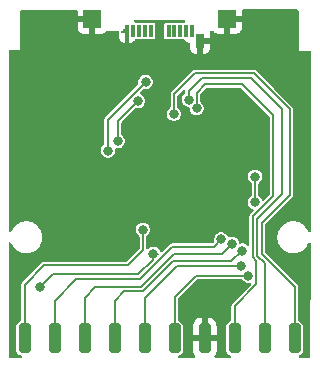
<source format=gbr>
%TF.GenerationSoftware,KiCad,Pcbnew,9.0.3*%
%TF.CreationDate,2025-08-08T17:20:16+03:00*%
%TF.ProjectId,rp2350_gpio_card,72703233-3530-45f6-9770-696f5f636172,X1*%
%TF.SameCoordinates,Original*%
%TF.FileFunction,Copper,L2,Bot*%
%TF.FilePolarity,Positive*%
%FSLAX46Y46*%
G04 Gerber Fmt 4.6, Leading zero omitted, Abs format (unit mm)*
G04 Created by KiCad (PCBNEW 9.0.3) date 2025-08-08 17:20:16*
%MOMM*%
%LPD*%
G01*
G04 APERTURE LIST*
G04 Aperture macros list*
%AMRoundRect*
0 Rectangle with rounded corners*
0 $1 Rounding radius*
0 $2 $3 $4 $5 $6 $7 $8 $9 X,Y pos of 4 corners*
0 Add a 4 corners polygon primitive as box body*
4,1,4,$2,$3,$4,$5,$6,$7,$8,$9,$2,$3,0*
0 Add four circle primitives for the rounded corners*
1,1,$1+$1,$2,$3*
1,1,$1+$1,$4,$5*
1,1,$1+$1,$6,$7*
1,1,$1+$1,$8,$9*
0 Add four rect primitives between the rounded corners*
20,1,$1+$1,$2,$3,$4,$5,0*
20,1,$1+$1,$4,$5,$6,$7,0*
20,1,$1+$1,$6,$7,$8,$9,0*
20,1,$1+$1,$8,$9,$2,$3,0*%
G04 Aperture macros list end*
%TA.AperFunction,SMDPad,CuDef*%
%ADD10R,0.380000X1.000000*%
%TD*%
%TA.AperFunction,SMDPad,CuDef*%
%ADD11R,0.700000X1.150000*%
%TD*%
%TA.AperFunction,ComponentPad*%
%ADD12C,0.600000*%
%TD*%
%TA.AperFunction,SMDPad,CuDef*%
%ADD13R,1.500000X1.500000*%
%TD*%
%TA.AperFunction,SMDPad,CuDef*%
%ADD14RoundRect,0.250000X-0.250000X1.000000X-0.250000X-1.000000X0.250000X-1.000000X0.250000X1.000000X0*%
%TD*%
%TA.AperFunction,ViaPad*%
%ADD15C,0.800000*%
%TD*%
%TA.AperFunction,ViaPad*%
%ADD16C,0.500000*%
%TD*%
%TA.AperFunction,Conductor*%
%ADD17C,0.152400*%
%TD*%
%TA.AperFunction,Conductor*%
%ADD18C,0.200000*%
%TD*%
G04 APERTURE END LIST*
D10*
%TO.P,P1,B1,GND*%
%TO.N,GND*%
X103825000Y-57040000D03*
%TO.P,P1,B2*%
%TO.N,N/C*%
X103325000Y-57040000D03*
%TO.P,P1,B3*%
X102825000Y-57040000D03*
%TO.P,P1,B4,VBUS*%
%TO.N,VBUS*%
X102325000Y-57040000D03*
%TO.P,P1,B5,VCONN*%
%TO.N,unconnected-(P1-VCONN-PadB5)*%
X101825000Y-57040000D03*
%TO.P,P1,B8*%
%TO.N,N/C*%
X100325000Y-57040000D03*
%TO.P,P1,B9,VBUS*%
%TO.N,VBUS*%
X99825000Y-57040000D03*
%TO.P,P1,B10*%
%TO.N,N/C*%
X99325000Y-57040000D03*
%TO.P,P1,B11*%
X98825000Y-57040000D03*
%TO.P,P1,B12,GND*%
%TO.N,GND*%
X98325000Y-57040000D03*
D11*
%TO.P,P1,S1,SHIELD*%
X104495000Y-57880000D03*
%TD*%
D12*
%TO.P,U1,61,GND*%
%TO.N,GND*%
X102900000Y-71025000D03*
X104275000Y-71025000D03*
X105650000Y-71025000D03*
X102900000Y-69650000D03*
X104275000Y-69650000D03*
X105650000Y-69650000D03*
X102900000Y-68275000D03*
X104275000Y-68275000D03*
X105650000Y-68275000D03*
%TD*%
D13*
%TO.P,TP3,1,1*%
%TO.N,GND*%
X95375000Y-56000000D03*
%TD*%
%TO.P,TP4,1,1*%
%TO.N,GND*%
X106775000Y-56000000D03*
%TD*%
D14*
%TO.P,J1,1,Pin_1*%
%TO.N,/QSPI_SS*%
X89645000Y-83050000D03*
%TO.P,J1,2,Pin_2*%
%TO.N,/GPIO9*%
X92185000Y-83050000D03*
%TO.P,J1,3,Pin_3*%
%TO.N,/GPIO10*%
X94725000Y-83050000D03*
%TO.P,J1,4,Pin_4*%
%TO.N,/GPIO11*%
X97265000Y-83050000D03*
%TO.P,J1,5,Pin_5*%
%TO.N,/GPIO12*%
X99805000Y-83050000D03*
%TO.P,J1,6,Pin_6*%
%TO.N,/GPIO13*%
X102345000Y-83050000D03*
%TO.P,J1,7,Pin_7*%
%TO.N,GND*%
X104885000Y-83050000D03*
%TO.P,J1,8,Pin_8*%
%TO.N,/GPIO27_ADC1*%
X107425000Y-83050000D03*
%TO.P,J1,9,Pin_9*%
%TO.N,/GPIO28_ADC2*%
X109965000Y-83050000D03*
%TO.P,J1,10,Pin_10*%
%TO.N,/GPIO29_ADC3*%
X112505000Y-83050000D03*
%TD*%
D15*
%TO.N,/GPIO27_ADC1*%
X104204845Y-63583359D03*
%TO.N,/GPIO29_ADC3*%
X102275000Y-64050000D03*
%TO.N,/GPIO11*%
X108075000Y-75625000D03*
%TO.N,/QSPI_SS*%
X99650000Y-73850000D03*
%TO.N,/RUN*%
X109150000Y-69373800D03*
X109152644Y-71526200D03*
%TO.N,/GPIO10*%
X107200000Y-75050000D03*
%TO.N,/GPIO9*%
X106275319Y-74669249D03*
%TO.N,/GPIO28_ADC2*%
X103525000Y-62850000D03*
%TO.N,/GPIO0*%
X90925000Y-78725000D03*
X100525000Y-75900000D03*
%TO.N,/USB_D+*%
X96694071Y-67168696D03*
X99875000Y-61350000D03*
%TO.N,/USB_D-*%
X99228146Y-62953146D03*
X97525000Y-66350000D03*
%TO.N,/GPIO13*%
X108575000Y-77750000D03*
%TO.N,/GPIO12*%
X107925000Y-76900000D03*
D16*
%TO.N,GND*%
X94933000Y-55571500D03*
X94933000Y-56460500D03*
X107252000Y-55571500D03*
X107252000Y-56460500D03*
D15*
X113050000Y-70850000D03*
X95350000Y-62600000D03*
D16*
X95822000Y-56460500D03*
D15*
X110700000Y-60450000D03*
X90200000Y-66100000D03*
D16*
X106299500Y-55571500D03*
X95822000Y-55571500D03*
X106299500Y-56460500D03*
D15*
X99688833Y-70983000D03*
X95150000Y-60400000D03*
%TD*%
D17*
%TO.N,/GPIO27_ADC1*%
X110675000Y-71000000D02*
X108950000Y-72725000D01*
X104204845Y-63583151D02*
X104202200Y-63580506D01*
X104925000Y-61550000D02*
X108075000Y-61550000D01*
X104204845Y-63583359D02*
X104204845Y-63583151D01*
X108950000Y-76174784D02*
X109252200Y-76476984D01*
X109252200Y-78497800D02*
X107425000Y-80325000D01*
X107425000Y-80325000D02*
X107425000Y-83050000D01*
X110675000Y-64150000D02*
X110675000Y-71000000D01*
X108950000Y-72725000D02*
X108950000Y-76174784D01*
X109252200Y-76476984D02*
X109252200Y-78497800D01*
X104202200Y-63580506D02*
X104202200Y-62272800D01*
X108075000Y-61550000D02*
X110675000Y-64150000D01*
X104202200Y-62272800D02*
X104925000Y-61550000D01*
%TO.N,/GPIO29_ADC3*%
X109025000Y-60600000D02*
X112075000Y-63650000D01*
X104075000Y-60600000D02*
X109025000Y-60600000D01*
X112505000Y-78680000D02*
X112505000Y-83050000D01*
X102275000Y-62400000D02*
X104075000Y-60600000D01*
X109725000Y-75900000D02*
X112505000Y-78680000D01*
X109725000Y-73250000D02*
X109725000Y-75900000D01*
X102275000Y-64050000D02*
X102275000Y-62400000D01*
X112075000Y-70900000D02*
X109725000Y-73250000D01*
X112075000Y-63650000D02*
X112075000Y-70900000D01*
%TO.N,/GPIO11*%
X102178400Y-76546600D02*
X99675000Y-79050000D01*
X99675000Y-79050000D02*
X98075000Y-79050000D01*
X98075000Y-79050000D02*
X97265000Y-79860000D01*
X108075000Y-75625000D02*
X107153400Y-76546600D01*
X107153400Y-76546600D02*
X102178400Y-76546600D01*
X97265000Y-79860000D02*
X97265000Y-83050000D01*
%TO.N,/QSPI_SS*%
X98400000Y-76850000D02*
X91317294Y-76850000D01*
X99650000Y-73850000D02*
X99650000Y-75600000D01*
X89645000Y-78522294D02*
X89645000Y-83050000D01*
X91317294Y-76850000D02*
X89645000Y-78522294D01*
X99650000Y-75600000D02*
X98400000Y-76850000D01*
%TO.N,/RUN*%
X109150000Y-71523556D02*
X109152644Y-71526200D01*
X109150000Y-69373800D02*
X109150000Y-71523556D01*
%TO.N,/GPIO10*%
X99528400Y-78696600D02*
X95628400Y-78696600D01*
X102275217Y-75950000D02*
X101975217Y-76250000D01*
X101975000Y-76250000D02*
X99528400Y-78696600D01*
X107200000Y-75059295D02*
X106309295Y-75950000D01*
X107200000Y-75050000D02*
X107200000Y-75059295D01*
X101975217Y-76250000D02*
X101975000Y-76250000D01*
X106309295Y-75950000D02*
X102275217Y-75950000D01*
X94725000Y-79600000D02*
X94725000Y-83050000D01*
X95628400Y-78696600D02*
X94725000Y-79600000D01*
%TO.N,/GPIO9*%
X105575000Y-75300000D02*
X102125000Y-75300000D01*
X99375000Y-78050000D02*
X94025000Y-78050000D01*
X105575000Y-75300000D02*
X105644568Y-75300000D01*
X105644568Y-75300000D02*
X106275319Y-74669249D01*
X94025000Y-78050000D02*
X92185000Y-79890000D01*
X92185000Y-79890000D02*
X92185000Y-83050000D01*
X102125000Y-75300000D02*
X99375000Y-78050000D01*
%TO.N,/GPIO28_ADC2*%
X111405213Y-70869787D02*
X109325000Y-72950000D01*
X111405213Y-63630213D02*
X111405213Y-70869787D01*
X103525000Y-62850000D02*
X103525000Y-62144930D01*
X108775000Y-61000000D02*
X111405213Y-63630213D01*
X109325000Y-73200000D02*
X109325000Y-76050000D01*
X109325000Y-76050000D02*
X109965000Y-76690000D01*
X109325000Y-73096600D02*
X109325000Y-73200000D01*
X109325000Y-72950000D02*
X109325000Y-73200000D01*
X109965000Y-76690000D02*
X109965000Y-83050000D01*
X103525000Y-62144930D02*
X104669930Y-61000000D01*
X104669930Y-61000000D02*
X108775000Y-61000000D01*
%TO.N,/GPIO0*%
X92000000Y-77650000D02*
X99275216Y-77650000D01*
X90925000Y-78725000D02*
X92000000Y-77650000D01*
X99275216Y-77650000D02*
X100525000Y-76400216D01*
X100525000Y-76400216D02*
X100525000Y-75900000D01*
X100890000Y-75885000D02*
X100875000Y-75900000D01*
D18*
%TO.N,/USB_D+*%
X96694071Y-64530929D02*
X99875000Y-61350000D01*
X96694071Y-67168696D02*
X96694071Y-64530929D01*
%TO.N,/USB_D-*%
X97525000Y-66350000D02*
X97525000Y-64656292D01*
X97525000Y-64656292D02*
X99228146Y-62953146D01*
D17*
%TO.N,/GPIO13*%
X102345000Y-79580000D02*
X102345000Y-83050000D01*
X104175000Y-77750000D02*
X102345000Y-79580000D01*
X108575000Y-77750000D02*
X104175000Y-77750000D01*
%TO.N,/GPIO12*%
X99805000Y-83050000D02*
X99805000Y-79670000D01*
X99805000Y-79670000D02*
X102575000Y-76900000D01*
X107925000Y-76900000D02*
X102575000Y-76900000D01*
%TD*%
%TA.AperFunction,Conductor*%
%TO.N,GND*%
G36*
X112769870Y-55218156D02*
G01*
X112815737Y-55270863D01*
X112827040Y-55320868D01*
X112875314Y-58748353D01*
X112875315Y-58748354D01*
X113800836Y-58748354D01*
X113867875Y-58768039D01*
X113913630Y-58820843D01*
X113924835Y-58872832D01*
X113866778Y-73938624D01*
X113846835Y-74005587D01*
X113793855Y-74051138D01*
X113724659Y-74060815D01*
X113661216Y-74031545D01*
X113628214Y-73985590D01*
X113626560Y-73981598D01*
X113626557Y-73981588D01*
X113530051Y-73792184D01*
X113530049Y-73792181D01*
X113530048Y-73792179D01*
X113405109Y-73620213D01*
X113254786Y-73469890D01*
X113082820Y-73344951D01*
X112893414Y-73248444D01*
X112893413Y-73248443D01*
X112893412Y-73248443D01*
X112691243Y-73182754D01*
X112691241Y-73182753D01*
X112691240Y-73182753D01*
X112529957Y-73157208D01*
X112481287Y-73149500D01*
X112268713Y-73149500D01*
X112220042Y-73157208D01*
X112058760Y-73182753D01*
X111856585Y-73248444D01*
X111667179Y-73344951D01*
X111495213Y-73469890D01*
X111344890Y-73620213D01*
X111219951Y-73792179D01*
X111123444Y-73981585D01*
X111057753Y-74183760D01*
X111024500Y-74393713D01*
X111024500Y-74606286D01*
X111054196Y-74793782D01*
X111057754Y-74816243D01*
X111116438Y-74996854D01*
X111123444Y-75018414D01*
X111219951Y-75207820D01*
X111344890Y-75379786D01*
X111495213Y-75530109D01*
X111667179Y-75655048D01*
X111667181Y-75655049D01*
X111667184Y-75655051D01*
X111856588Y-75751557D01*
X112058757Y-75817246D01*
X112268713Y-75850500D01*
X112268714Y-75850500D01*
X112481286Y-75850500D01*
X112481287Y-75850500D01*
X112691243Y-75817246D01*
X112893412Y-75751557D01*
X113082816Y-75655051D01*
X113108449Y-75636428D01*
X113254786Y-75530109D01*
X113254788Y-75530106D01*
X113254792Y-75530104D01*
X113405104Y-75379792D01*
X113405106Y-75379788D01*
X113405109Y-75379786D01*
X113505034Y-75242249D01*
X113530051Y-75207816D01*
X113626557Y-75018412D01*
X113626557Y-75018408D01*
X113627924Y-75015728D01*
X113675898Y-74964931D01*
X113743719Y-74948136D01*
X113809854Y-74970673D01*
X113853306Y-75025388D01*
X113862408Y-75072500D01*
X113825790Y-84575073D01*
X113805847Y-84642036D01*
X113752867Y-84687587D01*
X113702034Y-84698595D01*
X112991499Y-84699985D01*
X112924421Y-84680431D01*
X112878563Y-84627717D01*
X112868484Y-84558578D01*
X112897384Y-84494966D01*
X112950301Y-84458944D01*
X112967882Y-84452793D01*
X113077150Y-84372150D01*
X113157793Y-84262882D01*
X113180219Y-84198790D01*
X113202646Y-84134701D01*
X113202646Y-84134699D01*
X113205500Y-84104269D01*
X113205500Y-81995730D01*
X113202646Y-81965300D01*
X113202646Y-81965298D01*
X113157793Y-81837119D01*
X113157792Y-81837117D01*
X113077150Y-81727850D01*
X112967882Y-81647207D01*
X112864744Y-81611117D01*
X112807969Y-81570395D01*
X112782222Y-81505442D01*
X112781700Y-81494076D01*
X112781700Y-78643572D01*
X112781699Y-78643569D01*
X112779723Y-78636193D01*
X112771259Y-78604603D01*
X112762844Y-78573197D01*
X112726415Y-78510102D01*
X112726414Y-78510101D01*
X112726412Y-78510098D01*
X110038019Y-75821705D01*
X110004534Y-75760382D01*
X110001700Y-75734024D01*
X110001700Y-73415975D01*
X110021385Y-73348936D01*
X110038019Y-73328294D01*
X112296412Y-71069901D01*
X112296415Y-71069898D01*
X112321286Y-71026822D01*
X112332844Y-71006804D01*
X112332844Y-71006803D01*
X112351699Y-70936433D01*
X112351700Y-70936427D01*
X112351700Y-63613575D01*
X112351699Y-63613568D01*
X112332844Y-63543198D01*
X112332844Y-63543196D01*
X112296418Y-63480108D01*
X112296415Y-63480102D01*
X112244898Y-63428585D01*
X110725886Y-61909573D01*
X109194901Y-60378587D01*
X109194892Y-60378581D01*
X109131804Y-60342155D01*
X109061433Y-60323300D01*
X109061428Y-60323300D01*
X104038572Y-60323300D01*
X104038568Y-60323300D01*
X103968198Y-60342155D01*
X103968196Y-60342155D01*
X103905108Y-60378581D01*
X103905099Y-60378587D01*
X102053587Y-62230098D01*
X102053581Y-62230107D01*
X102017155Y-62293195D01*
X102017155Y-62293196D01*
X101998300Y-62363566D01*
X101998300Y-63444763D01*
X101978615Y-63511802D01*
X101936300Y-63552150D01*
X101906287Y-63569477D01*
X101906282Y-63569481D01*
X101794481Y-63681282D01*
X101794475Y-63681290D01*
X101715426Y-63818209D01*
X101715423Y-63818216D01*
X101674500Y-63970943D01*
X101674500Y-64129057D01*
X101701091Y-64228294D01*
X101715423Y-64281783D01*
X101715426Y-64281790D01*
X101794475Y-64418709D01*
X101794479Y-64418714D01*
X101794480Y-64418716D01*
X101906284Y-64530520D01*
X101906286Y-64530521D01*
X101906290Y-64530524D01*
X102043209Y-64609573D01*
X102043216Y-64609577D01*
X102195943Y-64650500D01*
X102195945Y-64650500D01*
X102354055Y-64650500D01*
X102354057Y-64650500D01*
X102506784Y-64609577D01*
X102643716Y-64530520D01*
X102755520Y-64418716D01*
X102834577Y-64281784D01*
X102875500Y-64129057D01*
X102875500Y-63970943D01*
X102834577Y-63818216D01*
X102771237Y-63708507D01*
X102755524Y-63681290D01*
X102755518Y-63681282D01*
X102643717Y-63569481D01*
X102643712Y-63569477D01*
X102613700Y-63552150D01*
X102565485Y-63501583D01*
X102551700Y-63444763D01*
X102551700Y-62565975D01*
X102571385Y-62498936D01*
X102588019Y-62478294D01*
X103036619Y-62029694D01*
X103097942Y-61996209D01*
X103167634Y-62001193D01*
X103223567Y-62043065D01*
X103247984Y-62108529D01*
X103248300Y-62117375D01*
X103248300Y-62244763D01*
X103228615Y-62311802D01*
X103186300Y-62352150D01*
X103156287Y-62369477D01*
X103156282Y-62369481D01*
X103044481Y-62481282D01*
X103044475Y-62481290D01*
X102965426Y-62618209D01*
X102965423Y-62618216D01*
X102924500Y-62770943D01*
X102924500Y-62929057D01*
X102956421Y-63048186D01*
X102965423Y-63081783D01*
X102965426Y-63081790D01*
X103044475Y-63218709D01*
X103044479Y-63218714D01*
X103044480Y-63218716D01*
X103156284Y-63330520D01*
X103156286Y-63330521D01*
X103156290Y-63330524D01*
X103293209Y-63409573D01*
X103293216Y-63409577D01*
X103445943Y-63450500D01*
X103445945Y-63450500D01*
X103480345Y-63450500D01*
X103547384Y-63470185D01*
X103593139Y-63522989D01*
X103604345Y-63574500D01*
X103604345Y-63662416D01*
X103633127Y-63769830D01*
X103645268Y-63815142D01*
X103645271Y-63815149D01*
X103724320Y-63952068D01*
X103724324Y-63952073D01*
X103724325Y-63952075D01*
X103836129Y-64063879D01*
X103836131Y-64063880D01*
X103836135Y-64063883D01*
X103973054Y-64142932D01*
X103973061Y-64142936D01*
X104125788Y-64183859D01*
X104125790Y-64183859D01*
X104283900Y-64183859D01*
X104283902Y-64183859D01*
X104436629Y-64142936D01*
X104573561Y-64063879D01*
X104685365Y-63952075D01*
X104764422Y-63815143D01*
X104805345Y-63662416D01*
X104805345Y-63504302D01*
X104764422Y-63351575D01*
X104747263Y-63321855D01*
X104685369Y-63214649D01*
X104685363Y-63214641D01*
X104573563Y-63102841D01*
X104573561Y-63102839D01*
X104540900Y-63083982D01*
X104492684Y-63033415D01*
X104478900Y-62976595D01*
X104478900Y-62438775D01*
X104498585Y-62371736D01*
X104515219Y-62351094D01*
X105003294Y-61863019D01*
X105064617Y-61829534D01*
X105090975Y-61826700D01*
X107909025Y-61826700D01*
X107976064Y-61846385D01*
X107996706Y-61863019D01*
X110361981Y-64228294D01*
X110395466Y-64289617D01*
X110398300Y-64315975D01*
X110398300Y-70834025D01*
X110378615Y-70901064D01*
X110361981Y-70921706D01*
X109922636Y-71361050D01*
X109861313Y-71394535D01*
X109791621Y-71389551D01*
X109735688Y-71347679D01*
X109715180Y-71305460D01*
X109712221Y-71294416D01*
X109712217Y-71294409D01*
X109633168Y-71157490D01*
X109633162Y-71157482D01*
X109521362Y-71045682D01*
X109521360Y-71045680D01*
X109509961Y-71039099D01*
X109488698Y-71026822D01*
X109440484Y-70976254D01*
X109426700Y-70919436D01*
X109426700Y-69979036D01*
X109446385Y-69911997D01*
X109488699Y-69871649D01*
X109518716Y-69854320D01*
X109630520Y-69742516D01*
X109709577Y-69605584D01*
X109750500Y-69452857D01*
X109750500Y-69294743D01*
X109709577Y-69142016D01*
X109709573Y-69142009D01*
X109630524Y-69005090D01*
X109630518Y-69005082D01*
X109518717Y-68893281D01*
X109518709Y-68893275D01*
X109381790Y-68814226D01*
X109381786Y-68814224D01*
X109381784Y-68814223D01*
X109229057Y-68773300D01*
X109070943Y-68773300D01*
X108918216Y-68814223D01*
X108918209Y-68814226D01*
X108781290Y-68893275D01*
X108781282Y-68893281D01*
X108669481Y-69005082D01*
X108669475Y-69005090D01*
X108590426Y-69142009D01*
X108590423Y-69142016D01*
X108549500Y-69294743D01*
X108549500Y-69452856D01*
X108590423Y-69605583D01*
X108590426Y-69605590D01*
X108669475Y-69742509D01*
X108669479Y-69742514D01*
X108669480Y-69742516D01*
X108781284Y-69854320D01*
X108811300Y-69871649D01*
X108859514Y-69922213D01*
X108873300Y-69979036D01*
X108873300Y-70922489D01*
X108853615Y-70989528D01*
X108811302Y-71029875D01*
X108783931Y-71045678D01*
X108783925Y-71045682D01*
X108672125Y-71157482D01*
X108672119Y-71157490D01*
X108593070Y-71294409D01*
X108593067Y-71294416D01*
X108552144Y-71447143D01*
X108552144Y-71605256D01*
X108593067Y-71757983D01*
X108593070Y-71757990D01*
X108672119Y-71894909D01*
X108672123Y-71894914D01*
X108672124Y-71894916D01*
X108783928Y-72006720D01*
X108783930Y-72006721D01*
X108783934Y-72006724D01*
X108920853Y-72085773D01*
X108920860Y-72085777D01*
X108931904Y-72088736D01*
X108991565Y-72125099D01*
X109022096Y-72187945D01*
X109013802Y-72257321D01*
X108987494Y-72296192D01*
X108728587Y-72555098D01*
X108728585Y-72555101D01*
X108692154Y-72618199D01*
X108687931Y-72633962D01*
X108687931Y-72633964D01*
X108673300Y-72688568D01*
X108673300Y-75074702D01*
X108653615Y-75141741D01*
X108600811Y-75187496D01*
X108531653Y-75197440D01*
X108468097Y-75168415D01*
X108461619Y-75162383D01*
X108443717Y-75144481D01*
X108443709Y-75144475D01*
X108306790Y-75065426D01*
X108306786Y-75065424D01*
X108306784Y-75065423D01*
X108154057Y-75024500D01*
X107995943Y-75024500D01*
X107946754Y-75037679D01*
X107876905Y-75036017D01*
X107819043Y-74996854D01*
X107794888Y-74950001D01*
X107759577Y-74818216D01*
X107719215Y-74748306D01*
X107680524Y-74681290D01*
X107680518Y-74681282D01*
X107568717Y-74569481D01*
X107568709Y-74569475D01*
X107431790Y-74490426D01*
X107431786Y-74490424D01*
X107431784Y-74490423D01*
X107279057Y-74449500D01*
X107120943Y-74449500D01*
X106971142Y-74489639D01*
X106901292Y-74487976D01*
X106843430Y-74448813D01*
X106831665Y-74431869D01*
X106755839Y-74300533D01*
X106644035Y-74188729D01*
X106644033Y-74188728D01*
X106644028Y-74188724D01*
X106507109Y-74109675D01*
X106507105Y-74109673D01*
X106507103Y-74109672D01*
X106354376Y-74068749D01*
X106196262Y-74068749D01*
X106043535Y-74109672D01*
X106043528Y-74109675D01*
X105906609Y-74188724D01*
X105906601Y-74188730D01*
X105794800Y-74300531D01*
X105794794Y-74300539D01*
X105715745Y-74437458D01*
X105715742Y-74437465D01*
X105674819Y-74590192D01*
X105674819Y-74748310D01*
X105683789Y-74781786D01*
X105683503Y-74793782D01*
X105687698Y-74805029D01*
X105682686Y-74828068D01*
X105682125Y-74851635D01*
X105675027Y-74863279D01*
X105672847Y-74873303D01*
X105651696Y-74901557D01*
X105566275Y-74986980D01*
X105504953Y-75020466D01*
X105478593Y-75023300D01*
X102088568Y-75023300D01*
X102018200Y-75042154D01*
X101977899Y-75065423D01*
X101977898Y-75065422D01*
X101955105Y-75078583D01*
X101955099Y-75078587D01*
X101301344Y-75732342D01*
X101287355Y-75739980D01*
X101276437Y-75751598D01*
X101257316Y-75756382D01*
X101240021Y-75765827D01*
X101224121Y-75764689D01*
X101208657Y-75768560D01*
X101189987Y-75762248D01*
X101170329Y-75760843D01*
X101156777Y-75751022D01*
X101142467Y-75746185D01*
X101118751Y-75723465D01*
X101116748Y-75722014D01*
X101111895Y-75715934D01*
X101111415Y-75715102D01*
X101110504Y-75714191D01*
X101106174Y-75708766D01*
X101098236Y-75689345D01*
X101089854Y-75674824D01*
X101087686Y-75675723D01*
X101084579Y-75668223D01*
X101084577Y-75668216D01*
X101067698Y-75638981D01*
X101005524Y-75531290D01*
X101005518Y-75531282D01*
X100893717Y-75419481D01*
X100893709Y-75419475D01*
X100756790Y-75340426D01*
X100756786Y-75340424D01*
X100756784Y-75340423D01*
X100604057Y-75299500D01*
X100445943Y-75299500D01*
X100293216Y-75340423D01*
X100293209Y-75340426D01*
X100156290Y-75419475D01*
X100156282Y-75419481D01*
X100138381Y-75437383D01*
X100077058Y-75470868D01*
X100007366Y-75465884D01*
X99951433Y-75424012D01*
X99927016Y-75358548D01*
X99926700Y-75349702D01*
X99926700Y-74455236D01*
X99946385Y-74388197D01*
X99988699Y-74347849D01*
X100018716Y-74330520D01*
X100130520Y-74218716D01*
X100209577Y-74081784D01*
X100250500Y-73929057D01*
X100250500Y-73770943D01*
X100209577Y-73618216D01*
X100209573Y-73618209D01*
X100130524Y-73481290D01*
X100130518Y-73481282D01*
X100018717Y-73369481D01*
X100018709Y-73369475D01*
X99881790Y-73290426D01*
X99881786Y-73290424D01*
X99881784Y-73290423D01*
X99729057Y-73249500D01*
X99570943Y-73249500D01*
X99418216Y-73290423D01*
X99418209Y-73290426D01*
X99281290Y-73369475D01*
X99281282Y-73369481D01*
X99169481Y-73481282D01*
X99169475Y-73481290D01*
X99090426Y-73618209D01*
X99090423Y-73618216D01*
X99049500Y-73770943D01*
X99049500Y-73929057D01*
X99088236Y-74073620D01*
X99090423Y-74081783D01*
X99090426Y-74081790D01*
X99169475Y-74218709D01*
X99169479Y-74218714D01*
X99169480Y-74218716D01*
X99281284Y-74330520D01*
X99311300Y-74347849D01*
X99359514Y-74398413D01*
X99373300Y-74455236D01*
X99373300Y-75434025D01*
X99353615Y-75501064D01*
X99336981Y-75521706D01*
X98321706Y-76536981D01*
X98260383Y-76570466D01*
X98234025Y-76573300D01*
X91280860Y-76573300D01*
X91210490Y-76592155D01*
X91210489Y-76592155D01*
X91147401Y-76628581D01*
X91147392Y-76628587D01*
X89423587Y-78352392D01*
X89423581Y-78352401D01*
X89387156Y-78415487D01*
X89381006Y-78438443D01*
X89378342Y-78448387D01*
X89374863Y-78461372D01*
X89368300Y-78485865D01*
X89368300Y-81494076D01*
X89348615Y-81561115D01*
X89295811Y-81606870D01*
X89285256Y-81611117D01*
X89182117Y-81647207D01*
X89072850Y-81727850D01*
X88992207Y-81837117D01*
X88992206Y-81837119D01*
X88947353Y-81965298D01*
X88947353Y-81965300D01*
X88944500Y-81995730D01*
X88944500Y-84104269D01*
X88947353Y-84134699D01*
X88947353Y-84134701D01*
X88992206Y-84262880D01*
X88992207Y-84262882D01*
X89072850Y-84372150D01*
X89182118Y-84452793D01*
X89199694Y-84458943D01*
X89310299Y-84497646D01*
X89323317Y-84498867D01*
X89388226Y-84524724D01*
X89428852Y-84581568D01*
X89432295Y-84651353D01*
X89397464Y-84711922D01*
X89335416Y-84744044D01*
X89311984Y-84746325D01*
X88399558Y-84748110D01*
X88332480Y-84728556D01*
X88286622Y-84675842D01*
X88275315Y-84624110D01*
X88275315Y-75037656D01*
X88295000Y-74970617D01*
X88347804Y-74924862D01*
X88416962Y-74914918D01*
X88480518Y-74943943D01*
X88517246Y-74999339D01*
X88523443Y-75018412D01*
X88619951Y-75207820D01*
X88744890Y-75379786D01*
X88895213Y-75530109D01*
X89067179Y-75655048D01*
X89067181Y-75655049D01*
X89067184Y-75655051D01*
X89256588Y-75751557D01*
X89458757Y-75817246D01*
X89668713Y-75850500D01*
X89668714Y-75850500D01*
X89881286Y-75850500D01*
X89881287Y-75850500D01*
X90091243Y-75817246D01*
X90293412Y-75751557D01*
X90482816Y-75655051D01*
X90508449Y-75636428D01*
X90654786Y-75530109D01*
X90654788Y-75530106D01*
X90654792Y-75530104D01*
X90805104Y-75379792D01*
X90805106Y-75379788D01*
X90805109Y-75379786D01*
X90930048Y-75207820D01*
X90930050Y-75207817D01*
X90930051Y-75207816D01*
X91026557Y-75018412D01*
X91092246Y-74816243D01*
X91125500Y-74606287D01*
X91125500Y-74393713D01*
X91092246Y-74183757D01*
X91026557Y-73981588D01*
X90930051Y-73792184D01*
X90930049Y-73792181D01*
X90930048Y-73792179D01*
X90805109Y-73620213D01*
X90654786Y-73469890D01*
X90482820Y-73344951D01*
X90293414Y-73248444D01*
X90293413Y-73248443D01*
X90293412Y-73248443D01*
X90091243Y-73182754D01*
X90091241Y-73182753D01*
X90091240Y-73182753D01*
X89929957Y-73157208D01*
X89881287Y-73149500D01*
X89668713Y-73149500D01*
X89620042Y-73157208D01*
X89458760Y-73182753D01*
X89256585Y-73248444D01*
X89067179Y-73344951D01*
X88895213Y-73469890D01*
X88744890Y-73620213D01*
X88619951Y-73792179D01*
X88523444Y-73981583D01*
X88520141Y-73991749D01*
X88517244Y-74000663D01*
X88477808Y-74058337D01*
X88413449Y-74085535D01*
X88344603Y-74073620D01*
X88293127Y-74026376D01*
X88275315Y-73962343D01*
X88275315Y-67089639D01*
X96093571Y-67089639D01*
X96093571Y-67247752D01*
X96134494Y-67400479D01*
X96134497Y-67400486D01*
X96213546Y-67537405D01*
X96213550Y-67537410D01*
X96213551Y-67537412D01*
X96325355Y-67649216D01*
X96325357Y-67649217D01*
X96325361Y-67649220D01*
X96462280Y-67728269D01*
X96462287Y-67728273D01*
X96615014Y-67769196D01*
X96615016Y-67769196D01*
X96773126Y-67769196D01*
X96773128Y-67769196D01*
X96925855Y-67728273D01*
X97062787Y-67649216D01*
X97174591Y-67537412D01*
X97253648Y-67400480D01*
X97294571Y-67247753D01*
X97294571Y-67089639D01*
X97294568Y-67089630D01*
X97294271Y-67087371D01*
X97294571Y-67085446D01*
X97294571Y-67081512D01*
X97295184Y-67081512D01*
X97305031Y-67018334D01*
X97351406Y-66966074D01*
X97418673Y-66947183D01*
X97437836Y-66949821D01*
X97437887Y-66949439D01*
X97445941Y-66950499D01*
X97445943Y-66950500D01*
X97445945Y-66950500D01*
X97604055Y-66950500D01*
X97604057Y-66950500D01*
X97756784Y-66909577D01*
X97893716Y-66830520D01*
X98005520Y-66718716D01*
X98084577Y-66581784D01*
X98125500Y-66429057D01*
X98125500Y-66270943D01*
X98084577Y-66118216D01*
X98055429Y-66067729D01*
X98005524Y-65981290D01*
X98005518Y-65981282D01*
X97893718Y-65869482D01*
X97893716Y-65869480D01*
X97893713Y-65869478D01*
X97893709Y-65869475D01*
X97887499Y-65865890D01*
X97839284Y-65815323D01*
X97825500Y-65758504D01*
X97825500Y-64832124D01*
X97845185Y-64765085D01*
X97861814Y-64744448D01*
X99022382Y-63583879D01*
X99083703Y-63550396D01*
X99142154Y-63551787D01*
X99149089Y-63553646D01*
X99149091Y-63553646D01*
X99307201Y-63553646D01*
X99307203Y-63553646D01*
X99459930Y-63512723D01*
X99596862Y-63433666D01*
X99708666Y-63321862D01*
X99787723Y-63184930D01*
X99828646Y-63032203D01*
X99828646Y-62874089D01*
X99787723Y-62721362D01*
X99787719Y-62721355D01*
X99708670Y-62584436D01*
X99708664Y-62584428D01*
X99596863Y-62472627D01*
X99596862Y-62472626D01*
X99470846Y-62399871D01*
X99422632Y-62349306D01*
X99409408Y-62280699D01*
X99435376Y-62215834D01*
X99445160Y-62204809D01*
X99669236Y-61980733D01*
X99730557Y-61947250D01*
X99789008Y-61948641D01*
X99795943Y-61950500D01*
X99795945Y-61950500D01*
X99954055Y-61950500D01*
X99954057Y-61950500D01*
X100106784Y-61909577D01*
X100243716Y-61830520D01*
X100355520Y-61718716D01*
X100434577Y-61581784D01*
X100475500Y-61429057D01*
X100475500Y-61270943D01*
X100434577Y-61118216D01*
X100434573Y-61118209D01*
X100355524Y-60981290D01*
X100355518Y-60981282D01*
X100243717Y-60869481D01*
X100243709Y-60869475D01*
X100106790Y-60790426D01*
X100106786Y-60790424D01*
X100106784Y-60790423D01*
X99954057Y-60749500D01*
X99795943Y-60749500D01*
X99643216Y-60790423D01*
X99643209Y-60790426D01*
X99506290Y-60869475D01*
X99506282Y-60869481D01*
X99394481Y-60981282D01*
X99394475Y-60981290D01*
X99315426Y-61118209D01*
X99315423Y-61118216D01*
X99274500Y-61270943D01*
X99274500Y-61429057D01*
X99276358Y-61435992D01*
X99274693Y-61505842D01*
X99244263Y-61555764D01*
X96509560Y-64290469D01*
X96453612Y-64346416D01*
X96453606Y-64346424D01*
X96414053Y-64414933D01*
X96414050Y-64414938D01*
X96393571Y-64491368D01*
X96393571Y-66577200D01*
X96373886Y-66644239D01*
X96331572Y-66684586D01*
X96325361Y-66688171D01*
X96325352Y-66688178D01*
X96213552Y-66799978D01*
X96213546Y-66799986D01*
X96134497Y-66936905D01*
X96134494Y-66936912D01*
X96093571Y-67089639D01*
X88275315Y-67089639D01*
X88275315Y-58772354D01*
X88295000Y-58705315D01*
X88347804Y-58659560D01*
X88399315Y-58648354D01*
X89275315Y-58648354D01*
X89275315Y-56797844D01*
X94125000Y-56797844D01*
X94131401Y-56857372D01*
X94131403Y-56857379D01*
X94181645Y-56992086D01*
X94181649Y-56992093D01*
X94267809Y-57107187D01*
X94267812Y-57107190D01*
X94382906Y-57193350D01*
X94382913Y-57193354D01*
X94517620Y-57243596D01*
X94517627Y-57243598D01*
X94577155Y-57249999D01*
X94577172Y-57250000D01*
X95125000Y-57250000D01*
X95125000Y-56250000D01*
X94125000Y-56250000D01*
X94125000Y-56797844D01*
X89275315Y-56797844D01*
X89275315Y-55372091D01*
X89295000Y-55305052D01*
X89347804Y-55259297D01*
X89399050Y-55248091D01*
X94000740Y-55238321D01*
X94067818Y-55257862D01*
X94113685Y-55310569D01*
X94125000Y-55362320D01*
X94125000Y-55750000D01*
X95251000Y-55750000D01*
X95318039Y-55769685D01*
X95363794Y-55822489D01*
X95375000Y-55874000D01*
X95375000Y-56000000D01*
X95501000Y-56000000D01*
X95568039Y-56019685D01*
X95613794Y-56072489D01*
X95625000Y-56124000D01*
X95625000Y-57250000D01*
X96172828Y-57250000D01*
X96172844Y-57249999D01*
X96232372Y-57243598D01*
X96232379Y-57243596D01*
X96367086Y-57193354D01*
X96367088Y-57193352D01*
X96482186Y-57107191D01*
X96507019Y-57074018D01*
X96562953Y-57032147D01*
X96613687Y-57027058D01*
X96613687Y-57025500D01*
X97540138Y-57025500D01*
X97607177Y-57045185D01*
X97652932Y-57097989D01*
X97662876Y-57167147D01*
X97635000Y-57228187D01*
X97635000Y-57587844D01*
X97641401Y-57647372D01*
X97641403Y-57647379D01*
X97691645Y-57782086D01*
X97691649Y-57782093D01*
X97777809Y-57897187D01*
X97777812Y-57897190D01*
X97892906Y-57983350D01*
X97892913Y-57983354D01*
X98027620Y-58033596D01*
X98027627Y-58033598D01*
X98087155Y-58039999D01*
X98087172Y-58040000D01*
X98135000Y-58040000D01*
X98135000Y-57230000D01*
X97927224Y-57230000D01*
X97860185Y-57210315D01*
X97814430Y-57157511D01*
X97804486Y-57088353D01*
X97833511Y-57024797D01*
X97846621Y-57011771D01*
X97863658Y-56997197D01*
X97874616Y-56993637D01*
X97958032Y-56933032D01*
X97989819Y-56889279D01*
X98000936Y-56879771D01*
X98020001Y-56871210D01*
X98036551Y-56858449D01*
X98056961Y-56854615D01*
X98064676Y-56851152D01*
X98070635Y-56852047D01*
X98081539Y-56850000D01*
X98201000Y-56850000D01*
X98268039Y-56869685D01*
X98313794Y-56922489D01*
X98325000Y-56974000D01*
X98325000Y-57040000D01*
X98331027Y-57046027D01*
X98377539Y-57059685D01*
X98423294Y-57112489D01*
X98434500Y-57164000D01*
X98434500Y-57559752D01*
X98446131Y-57618229D01*
X98446132Y-57618230D01*
X98494102Y-57690021D01*
X98514980Y-57756698D01*
X98515000Y-57758912D01*
X98515000Y-58040000D01*
X98562828Y-58040000D01*
X98562844Y-58039999D01*
X98622372Y-58033598D01*
X98622379Y-58033596D01*
X98757086Y-57983354D01*
X98757093Y-57983350D01*
X98872186Y-57897190D01*
X98953142Y-57789049D01*
X98975267Y-57772485D01*
X98995195Y-57753349D01*
X99004528Y-57750581D01*
X99009076Y-57747178D01*
X99028506Y-57741686D01*
X99034543Y-57740500D01*
X99034748Y-57740500D01*
X99051027Y-57737261D01*
X99051097Y-57737248D01*
X99051728Y-57737306D01*
X99099195Y-57737306D01*
X99102715Y-57738006D01*
X99115250Y-57740500D01*
X99115252Y-57740500D01*
X99534749Y-57740500D01*
X99545030Y-57738454D01*
X99550805Y-57737306D01*
X99599195Y-57737306D01*
X99602715Y-57738006D01*
X99615250Y-57740500D01*
X99615252Y-57740500D01*
X100034749Y-57740500D01*
X100045030Y-57738454D01*
X100050805Y-57737306D01*
X100099195Y-57737306D01*
X100102715Y-57738006D01*
X100115250Y-57740500D01*
X100115252Y-57740500D01*
X100534750Y-57740500D01*
X100534751Y-57740499D01*
X100551097Y-57737248D01*
X100593229Y-57728868D01*
X100593229Y-57728867D01*
X100593231Y-57728867D01*
X100659552Y-57684552D01*
X100703867Y-57618231D01*
X100703867Y-57618229D01*
X100703868Y-57618229D01*
X100715499Y-57559752D01*
X100715500Y-57559750D01*
X100715500Y-56520249D01*
X100715499Y-56520247D01*
X100703868Y-56461770D01*
X100703867Y-56461769D01*
X100659552Y-56395447D01*
X100593230Y-56351132D01*
X100593229Y-56351131D01*
X100534752Y-56339500D01*
X100534748Y-56339500D01*
X100115252Y-56339500D01*
X100099184Y-56342695D01*
X100050816Y-56342695D01*
X100034748Y-56339500D01*
X99615252Y-56339500D01*
X99599184Y-56342695D01*
X99550816Y-56342695D01*
X99534748Y-56339500D01*
X99115252Y-56339500D01*
X99099184Y-56342695D01*
X99091020Y-56342704D01*
X99086350Y-56344555D01*
X99051868Y-56342750D01*
X99051102Y-56342751D01*
X99050817Y-56342695D01*
X99050816Y-56342695D01*
X99050745Y-56342680D01*
X99050051Y-56342543D01*
X99034748Y-56339500D01*
X99034551Y-56339500D01*
X99028511Y-56338314D01*
X99002530Y-56324803D01*
X98975392Y-56313821D01*
X98969230Y-56307487D01*
X98966522Y-56306079D01*
X98964607Y-56302735D01*
X98953144Y-56290952D01*
X98932827Y-56263813D01*
X98908408Y-56198349D01*
X98923258Y-56130076D01*
X98972663Y-56080669D01*
X99032092Y-56065500D01*
X103117908Y-56065500D01*
X103184947Y-56085185D01*
X103230702Y-56137989D01*
X103240646Y-56207147D01*
X103217172Y-56263815D01*
X103196854Y-56290954D01*
X103174730Y-56307513D01*
X103154801Y-56326652D01*
X103145438Y-56329439D01*
X103140918Y-56332823D01*
X103121489Y-56338314D01*
X103115451Y-56339500D01*
X103115252Y-56339500D01*
X103099528Y-56342627D01*
X103098899Y-56342751D01*
X103098290Y-56342695D01*
X103050816Y-56342695D01*
X103034748Y-56339500D01*
X102615252Y-56339500D01*
X102599184Y-56342695D01*
X102550816Y-56342695D01*
X102534748Y-56339500D01*
X102115252Y-56339500D01*
X102099184Y-56342695D01*
X102050816Y-56342695D01*
X102034748Y-56339500D01*
X101615252Y-56339500D01*
X101615247Y-56339500D01*
X101556770Y-56351131D01*
X101556769Y-56351132D01*
X101490447Y-56395447D01*
X101446132Y-56461769D01*
X101446131Y-56461770D01*
X101434500Y-56520247D01*
X101434500Y-57559752D01*
X101446131Y-57618229D01*
X101446132Y-57618230D01*
X101490447Y-57684552D01*
X101556769Y-57728867D01*
X101556770Y-57728868D01*
X101615247Y-57740499D01*
X101615250Y-57740500D01*
X101615252Y-57740500D01*
X102034749Y-57740500D01*
X102045030Y-57738454D01*
X102050805Y-57737306D01*
X102099195Y-57737306D01*
X102102715Y-57738006D01*
X102115250Y-57740500D01*
X102115252Y-57740500D01*
X102534749Y-57740500D01*
X102545030Y-57738454D01*
X102550805Y-57737306D01*
X102599195Y-57737306D01*
X102602715Y-57738006D01*
X102615250Y-57740500D01*
X102615252Y-57740500D01*
X103034749Y-57740500D01*
X103045030Y-57738454D01*
X103050804Y-57737305D01*
X103058976Y-57737296D01*
X103063656Y-57735442D01*
X103098108Y-57737248D01*
X103098904Y-57737248D01*
X103115252Y-57740500D01*
X103115457Y-57740500D01*
X103121494Y-57741686D01*
X103147363Y-57755140D01*
X103174416Y-57766027D01*
X103180709Y-57772483D01*
X103183481Y-57773925D01*
X103185426Y-57777322D01*
X103196856Y-57789048D01*
X103277812Y-57897190D01*
X103392906Y-57983350D01*
X103392913Y-57983354D01*
X103527620Y-58033596D01*
X103527619Y-58033596D01*
X103534255Y-58034310D01*
X103598806Y-58061048D01*
X103638654Y-58118441D01*
X103645000Y-58157600D01*
X103645000Y-58502844D01*
X103651401Y-58562372D01*
X103651403Y-58562379D01*
X103701645Y-58697086D01*
X103701649Y-58697093D01*
X103787809Y-58812187D01*
X103787812Y-58812190D01*
X103902906Y-58898350D01*
X103902913Y-58898354D01*
X104037620Y-58948596D01*
X104037627Y-58948598D01*
X104097155Y-58954999D01*
X104097172Y-58955000D01*
X104245000Y-58955000D01*
X104745000Y-58955000D01*
X104892828Y-58955000D01*
X104892844Y-58954999D01*
X104952372Y-58948598D01*
X104952379Y-58948596D01*
X105087086Y-58898354D01*
X105087093Y-58898350D01*
X105202187Y-58812190D01*
X105202190Y-58812187D01*
X105288350Y-58697093D01*
X105288354Y-58697086D01*
X105338596Y-58562379D01*
X105338598Y-58562372D01*
X105344999Y-58502844D01*
X105345000Y-58502827D01*
X105345000Y-58130000D01*
X104745000Y-58130000D01*
X104745000Y-58955000D01*
X104245000Y-58955000D01*
X104245000Y-58004000D01*
X104264685Y-57936961D01*
X104317489Y-57891206D01*
X104369000Y-57880000D01*
X104495000Y-57880000D01*
X104495000Y-57754000D01*
X104514685Y-57686961D01*
X104567489Y-57641206D01*
X104619000Y-57630000D01*
X105345000Y-57630000D01*
X105345000Y-57257172D01*
X105344999Y-57257155D01*
X105338598Y-57197627D01*
X105338596Y-57197619D01*
X105336812Y-57192835D01*
X105334677Y-57162995D01*
X105330037Y-57133441D01*
X105332210Y-57128514D01*
X105331826Y-57123144D01*
X105346164Y-57096884D01*
X105358238Y-57069516D01*
X105362728Y-57066547D01*
X105365310Y-57061820D01*
X105391568Y-57047481D01*
X105416523Y-57030984D01*
X105423777Y-57029893D01*
X105426633Y-57028334D01*
X105451390Y-57025510D01*
X105452163Y-57025500D01*
X105466715Y-57025500D01*
X105475000Y-57025500D01*
X105526554Y-57025500D01*
X105529636Y-57024498D01*
X105542108Y-57024337D01*
X105567468Y-57031429D01*
X105593588Y-57034800D01*
X105601235Y-57040871D01*
X105609396Y-57043154D01*
X105622102Y-57057440D01*
X105642977Y-57074015D01*
X105667812Y-57107190D01*
X105782906Y-57193350D01*
X105782913Y-57193354D01*
X105917620Y-57243596D01*
X105917627Y-57243598D01*
X105977155Y-57249999D01*
X105977172Y-57250000D01*
X106525000Y-57250000D01*
X107025000Y-57250000D01*
X107572828Y-57250000D01*
X107572844Y-57249999D01*
X107632372Y-57243598D01*
X107632379Y-57243596D01*
X107767086Y-57193354D01*
X107767093Y-57193350D01*
X107882187Y-57107190D01*
X107882190Y-57107187D01*
X107968350Y-56992093D01*
X107968354Y-56992086D01*
X108018596Y-56857379D01*
X108018598Y-56857372D01*
X108024999Y-56797844D01*
X108025000Y-56797827D01*
X108025000Y-56250000D01*
X107025000Y-56250000D01*
X107025000Y-57250000D01*
X106525000Y-57250000D01*
X106525000Y-56124000D01*
X106544685Y-56056961D01*
X106597489Y-56011206D01*
X106649000Y-56000000D01*
X106775000Y-56000000D01*
X106775000Y-55874000D01*
X106794685Y-55806961D01*
X106847489Y-55761206D01*
X106899000Y-55750000D01*
X108025000Y-55750000D01*
X108025000Y-55332282D01*
X108044685Y-55265243D01*
X108097489Y-55219488D01*
X108148733Y-55208282D01*
X112702789Y-55198614D01*
X112769870Y-55218156D01*
G37*
%TD.AperFunction*%
%TA.AperFunction,Conductor*%
G36*
X108036802Y-78046385D02*
G01*
X108077150Y-78088700D01*
X108094477Y-78118712D01*
X108094479Y-78118715D01*
X108094480Y-78118716D01*
X108206284Y-78230520D01*
X108206286Y-78230521D01*
X108206290Y-78230524D01*
X108340214Y-78307844D01*
X108343216Y-78309577D01*
X108495943Y-78350500D01*
X108495945Y-78350500D01*
X108654055Y-78350500D01*
X108654057Y-78350500D01*
X108690802Y-78340654D01*
X108760651Y-78342316D01*
X108818514Y-78381477D01*
X108846019Y-78445705D01*
X108834433Y-78514608D01*
X108810577Y-78548109D01*
X107203587Y-80155098D01*
X107203585Y-80155101D01*
X107167154Y-80218199D01*
X107162931Y-80233962D01*
X107162931Y-80233964D01*
X107148300Y-80288568D01*
X107148300Y-81494076D01*
X107128615Y-81561115D01*
X107075811Y-81606870D01*
X107065256Y-81611117D01*
X106962117Y-81647207D01*
X106852850Y-81727850D01*
X106772207Y-81837117D01*
X106772206Y-81837119D01*
X106727353Y-81965298D01*
X106727353Y-81965300D01*
X106724500Y-81995730D01*
X106724500Y-84104269D01*
X106727353Y-84134699D01*
X106727353Y-84134701D01*
X106772206Y-84262880D01*
X106772207Y-84262882D01*
X106852850Y-84372150D01*
X106962118Y-84452793D01*
X107013360Y-84470723D01*
X107070133Y-84511443D01*
X107095881Y-84576395D01*
X107082425Y-84644957D01*
X107034038Y-84695360D01*
X106972646Y-84711763D01*
X105828979Y-84714001D01*
X105761901Y-84694447D01*
X105716043Y-84641733D01*
X105705964Y-84572594D01*
X105725990Y-84526011D01*
X105723525Y-84524491D01*
X105819356Y-84369124D01*
X105819358Y-84369119D01*
X105874505Y-84202697D01*
X105874506Y-84202690D01*
X105884999Y-84099986D01*
X105885000Y-84099973D01*
X105885000Y-83300000D01*
X103885001Y-83300000D01*
X103885001Y-84099986D01*
X103895494Y-84202697D01*
X103950641Y-84369119D01*
X103950643Y-84369124D01*
X104046475Y-84524491D01*
X104044938Y-84525438D01*
X104067585Y-84581569D01*
X104054547Y-84650212D01*
X104006468Y-84700909D01*
X103944422Y-84717689D01*
X102774360Y-84719979D01*
X102707282Y-84700425D01*
X102661424Y-84647711D01*
X102651345Y-84578572D01*
X102680245Y-84514960D01*
X102733159Y-84478939D01*
X102807882Y-84452793D01*
X102917150Y-84372150D01*
X102997793Y-84262882D01*
X103020219Y-84198790D01*
X103042646Y-84134701D01*
X103042646Y-84134699D01*
X103045500Y-84104269D01*
X103045500Y-82000013D01*
X103885000Y-82000013D01*
X103885000Y-82800000D01*
X104635000Y-82800000D01*
X105135000Y-82800000D01*
X105884999Y-82800000D01*
X105884999Y-82000028D01*
X105884998Y-82000013D01*
X105874505Y-81897302D01*
X105819358Y-81730880D01*
X105819356Y-81730875D01*
X105727315Y-81581654D01*
X105603345Y-81457684D01*
X105454124Y-81365643D01*
X105454119Y-81365641D01*
X105287697Y-81310494D01*
X105287690Y-81310493D01*
X105184986Y-81300000D01*
X105135000Y-81300000D01*
X105135000Y-82800000D01*
X104635000Y-82800000D01*
X104635000Y-81300000D01*
X104634999Y-81299999D01*
X104585029Y-81300000D01*
X104585011Y-81300001D01*
X104482302Y-81310494D01*
X104315880Y-81365641D01*
X104315875Y-81365643D01*
X104166654Y-81457684D01*
X104042684Y-81581654D01*
X103950643Y-81730875D01*
X103950641Y-81730880D01*
X103895494Y-81897302D01*
X103895493Y-81897309D01*
X103885000Y-82000013D01*
X103045500Y-82000013D01*
X103045500Y-81995730D01*
X103042646Y-81965300D01*
X103042646Y-81965298D01*
X102997793Y-81837119D01*
X102997792Y-81837117D01*
X102917150Y-81727850D01*
X102807882Y-81647207D01*
X102704744Y-81611117D01*
X102647969Y-81570395D01*
X102622222Y-81505442D01*
X102621700Y-81494076D01*
X102621700Y-79745975D01*
X102641385Y-79678936D01*
X102658019Y-79658294D01*
X104253294Y-78063019D01*
X104314617Y-78029534D01*
X104340975Y-78026700D01*
X107969763Y-78026700D01*
X108036802Y-78046385D01*
G37*
%TD.AperFunction*%
%TD*%
M02*

</source>
